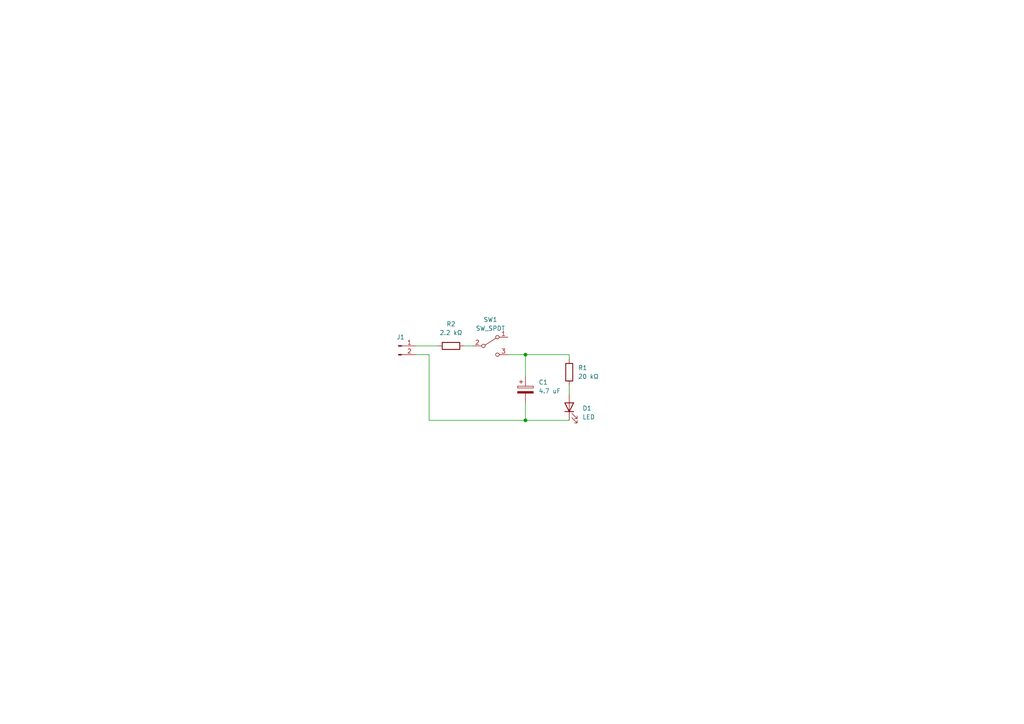
<source format=kicad_sch>
(kicad_sch (version 20211123) (generator eeschema)
  (paper "A4")
  (lib_symbols
    (symbol "Connector:Conn_01x02_Male" (pin_names (offset 1.016) hide)
      (property "Reference" "J" (at 0 2.54 0))
      (property "Value" "Conn_01x02_Male" (at 0 -5.08 0))
      (symbol "Conn_01x02_Male_1_1"
        (polyline (pts (xy 1.27 -2.54) (xy 0.8636 -2.54)) (stroke (width 0.1524)))
        (polyline (pts (xy 1.27 0) (xy 0.8636 0)) (stroke (width 0.1524)))
        (rectangle (start 0.8636 -2.413) (end 0 -2.667) (stroke (width 0.1524)) (fill (type outline)))
        (rectangle (start 0.8636 0.127) (end 0 -0.127) (stroke (width 0.1524)) (fill (type outline)))
        (pin passive line (at 5.08 0 180) (length 3.81) (name "Pin_1") (number "1"))
        (pin passive line (at 5.08 -2.54 180) (length 3.81) (name "Pin_2") (number "2"))
      )
    )
    (symbol "Device:C_Polarized" (pin_numbers hide) (pin_names (offset 0.254))
      (property "Reference" "C" (at 0.635 2.54 0))
      (property "Value" "C_Polarized" (at 0.635 -2.54 0))
      (symbol "C_Polarized_0_1"
        (rectangle (start -2.286 0.508) (end 2.286 1.016))
        (polyline (pts (xy -1.778 2.286) (xy -0.762 2.286)))
        (polyline (pts (xy -1.27 2.794) (xy -1.27 1.778)))
        (rectangle (start 2.286 -0.508) (end -2.286 -1.016) (fill (type outline)))
      )
      (symbol "C_Polarized_1_1"
        (pin passive line (at 0 3.81 270) (length 2.794) (name "~") (number "1"))
        (pin passive line (at 0 -3.81 90) (length 2.794) (name "~") (number "2"))
      )
    )
    (symbol "Device:LED" (pin_numbers hide) (pin_names (offset 1.016) hide)
      (property "Reference" "D" (at 0 2.54 0))
      (property "Value" "LED" (at 0 -2.54 0))
      (symbol "LED_0_1"
        (polyline (pts (xy -1.27 -1.27) (xy -1.27 1.27)) (stroke (width 0.254)))
        (polyline (pts (xy -1.27 0) (xy 1.27 0)))
        (polyline (pts (xy 1.27 -1.27) (xy 1.27 1.27) (xy -1.27 0) (xy 1.27 -1.27)) (stroke (width 0.254)))
        (polyline (pts (xy -3.048 -0.762) (xy -4.572 -2.286) (xy -3.81 -2.286) (xy -4.572 -2.286) (xy -4.572 -1.524)))
        (polyline (pts (xy -1.778 -0.762) (xy -3.302 -2.286) (xy -2.54 -2.286) (xy -3.302 -2.286) (xy -3.302 -1.524)))
      )
      (symbol "LED_1_1"
        (pin passive line (at -3.81 0 0) (length 2.54) (name "K") (number "1"))
        (pin passive line (at 3.81 0 180) (length 2.54) (name "A") (number "2"))
      )
    )
    (symbol "Device:R" (pin_numbers hide) (pin_names (offset 0))
      (property "Reference" "R" (at 2.032 0 90))
      (property "Value" "R" (at 0 0 90))
      (symbol "R_0_1"
        (rectangle (start -1.016 -2.54) (end 1.016 2.54) (stroke (width 0.254)))
      )
      (symbol "R_1_1"
        (pin passive line (at 0 3.81 270) (length 1.27) (name "~") (number "1"))
        (pin passive line (at 0 -3.81 90) (length 1.27) (name "~") (number "2"))
      )
    )
    (symbol "Switch:SW_SPDT" (pin_names (offset 0) hide)
      (property "Reference" "SW" (at 0 4.318 0))
      (property "Value" "SW_SPDT" (at 0 -5.08 0))
      (symbol "SW_SPDT_0_0"
        (circle (center -2.032 0) (radius 0.508))
        (circle (center 2.032 -2.54) (radius 0.508))
      )
      (symbol "SW_SPDT_0_1"
        (polyline (pts (xy -1.524 0.254) (xy 1.651 2.286)))
        (circle (center 2.032 2.54) (radius 0.508))
      )
      (symbol "SW_SPDT_1_1"
        (pin passive line (at 5.08 2.54 180) (length 2.54) (name "A") (number "1"))
        (pin passive line (at -5.08 0 0) (length 2.54) (name "B") (number "2"))
        (pin passive line (at 5.08 -2.54 180) (length 2.54) (name "C") (number "3"))
      )
    )
  )
  (junction (at 152.4 102.87))
  (junction (at 152.4 121.92))
  (wire (pts (xy 152.4 102.87) (xy 165.1 102.87)))
  (wire (pts (xy 124.46 121.92) (xy 124.46 102.87)))
  (wire (pts (xy 152.4 102.87) (xy 152.4 109.22)))
  (wire (pts (xy 120.65 100.33) (xy 127 100.33)))
  (wire (pts (xy 165.1 121.92) (xy 152.4 121.92)))
  (wire (pts (xy 134.62 100.33) (xy 137.16 100.33)))
  (wire (pts (xy 165.1 102.87) (xy 165.1 104.14)))
  (wire (pts (xy 152.4 121.92) (xy 124.46 121.92)))
  (wire (pts (xy 147.32 102.87) (xy 152.4 102.87)))
  (wire (pts (xy 124.46 102.87) (xy 120.65 102.87)))
  (wire (pts (xy 152.4 116.84) (xy 152.4 121.92)))
  (wire (pts (xy 165.1 111.76) (xy 165.1 114.3)))
  (symbol (lib_id "Switch:SW_SPDT") (at 142.24 100.33 0) (unit 1)
    (property "Reference" "SW1" (at 142.24 92.71 0))
    (property "Value" "SW_SPDT" (at 142.24 95.25 0))
    (property "Footprint" "Button_Switch_THT:SW_E-Switch_EG1224_SPDT_Angled" (effects hide))
  )
  (symbol (lib_id "Device:C_Polarized") (at 152.4 113.03 0) (unit 1)
    (property "Reference" "C1" (at 156.21 110.8709 0) (effects (justify left)))
    (property "Value" "4.7 uF" (at 156.21 113.4109 0) (effects (justify left)))
    (property "Footprint" "Capacitor_THT:C_Radial_D5.0mm_H5.0mm_P2.00mm" (effects hide))
  )
  (symbol (lib_id "Device:R") (at 130.81 100.33 90) (unit 1)
    (property "Reference" "R2" (at 130.81 93.98 90))
    (property "Value" "2.2 kΩ" (at 130.81 96.52 90))
    (property "Footprint" "Resistor_THT:R_Axial_DIN0516_L15.5mm_D5.0mm_P20.32mm_Horizontal" (effects hide))
  )
  (symbol (lib_id "Device:LED") (at 165.1 118.11 90) (unit 1)
    (property "Reference" "D1" (at 168.91 118.4274 90) (effects (justify right)))
    (property "Value" "LED" (at 168.91 120.9674 90) (effects (justify right)))
    (property "Footprint" "LED_THT:LED_D5.0mm" (effects hide))
  )
  (symbol (lib_id "Device:R") (at 165.1 107.95 180) (unit 1)
    (property "Reference" "R1" (at 167.64 106.6799 0) (effects (justify right)))
    (property "Value" "20 kΩ" (at 167.64 109.2199 0) (effects (justify right)))
    (property "Footprint" "Resistor_THT:R_Axial_DIN0516_L15.5mm_D5.0mm_P20.32mm_Horizontal" (effects hide))
  )
  (symbol (lib_id "Connector:Conn_01x02_Male") (at 115.57 100.33 0) (unit 1)
    (property "Reference" "J1" (at 116.205 97.79 0))
    (property "Value" "9.1 V" (effects hide))
    (property "Footprint" "Connector_JST:JST_PH_B2B-PH-K_1x02_P2.00mm_Vertical" (effects hide))
  )
)
</source>
